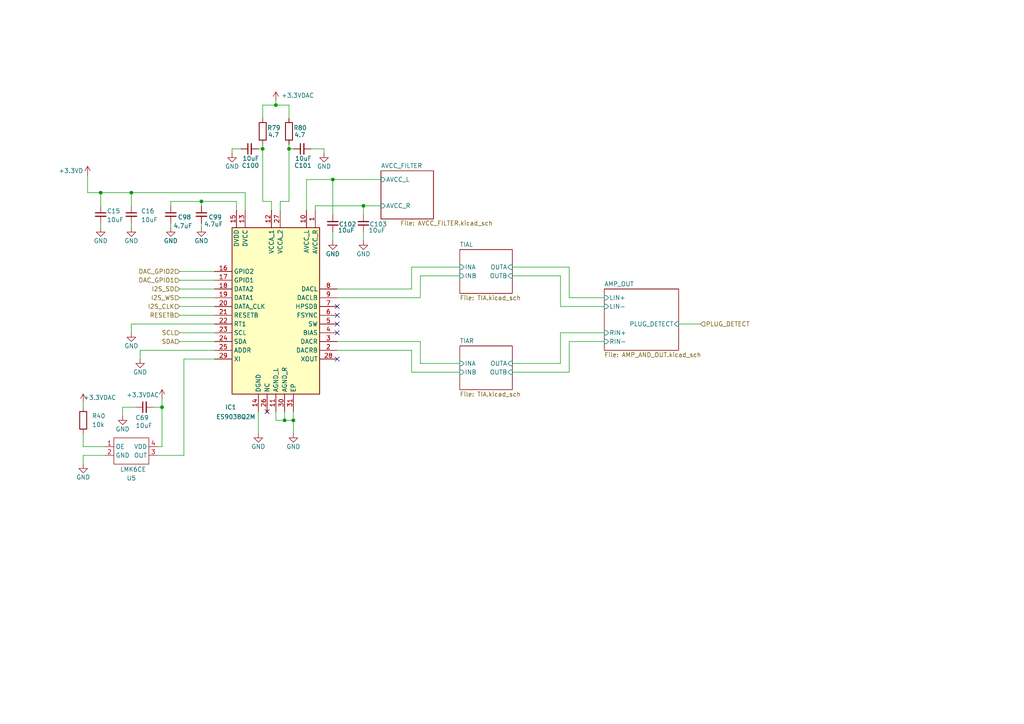
<source format=kicad_sch>
(kicad_sch (version 20250114) (generator "eeschema") (generator_version "9.0")
  (paper "A4")
  (lib_symbols
    (symbol "Device:C_Small" (pin_numbers (hide yes)) (pin_names (offset 0.254) (hide yes))
      (property "Reference" "C" (at 0.254 1.778 0))
      (property "Value" "C_Small" (at 0.254 -2.032 0))
      (symbol "C_Small_0_1"
        (polyline (pts (xy -1.524 0.508) (xy 1.524 0.508)) (stroke (width 0.3048)))
        (polyline (pts (xy -1.524 -0.508) (xy 1.524 -0.508)) (stroke (width 0.3302)))
      )
      (symbol "C_Small_1_1"
        (pin passive line (at 0 2.54 270) (length 2.032) (name "~") (number "1"))
        (pin passive line (at 0 -2.54 90) (length 2.032) (name "~") (number "2"))
      )
    )
    (symbol "Device:R" (pin_numbers (hide yes)) (pin_names (offset 0))
      (property "Reference" "R" (at 2.032 0 90))
      (property "Value" "R" (at 0 0 90))
      (symbol "R_0_1"
        (rectangle (start -1.016 -2.54) (end 1.016 2.54) (stroke (width 0.254)))
      )
      (symbol "R_1_1"
        (pin passive line (at 0 3.81 270) (length 1.27) (name "~") (number "1"))
        (pin passive line (at 0 -3.81 90) (length 1.27) (name "~") (number "2"))
      )
    )
    (symbol "ES9038Q2M:ES9038Q2M"
      (property "Reference" "IC1" (at 32.512 16.51 0))
      (property "Value" "ES9038Q2M" (at 35.1221 19.304 0))
      (symbol "ES9038Q2M_1_1"
        (rectangle (start 5.08 12.7) (end 30.48 -35.56) (stroke (width 0.254)) (fill (type background)))
        (pin passive line (at 0 2.54 0) (length 5.08) (name "XOUT") (number "28"))
        (pin passive line (at 0 0 0) (length 5.08) (name "DACRB") (number "2"))
        (pin passive line (at 0 -2.54 0) (length 5.08) (name "DACR") (number "3"))
        (pin passive line (at 0 -5.08 0) (length 5.08) (name "BIAS") (number "4"))
        (pin passive line (at 0 -7.62 0) (length 5.08) (name "SW") (number "5"))
        (pin passive line (at 0 -10.16 0) (length 5.08) (name "FSYNC") (number "6"))
        (pin passive line (at 0 -12.7 0) (length 5.08) (name "HPSDB") (number "7"))
        (pin passive line (at 0 -15.24 0) (length 5.08) (name "DACLB") (number "9"))
        (pin passive line (at 0 -17.78 0) (length 5.08) (name "DACL") (number "8"))
        (pin passive line (at 6.35 -40.64 90) (length 5.08) (name "AVCC_R") (number "1"))
        (pin passive line (at 8.89 -40.64 90) (length 5.08) (name "AVCC_L") (number "10"))
        (pin passive line (at 12.7 17.78 270) (length 5.08) (name "EP") (number "31"))
        (pin passive line (at 15.24 17.78 270) (length 5.08) (name "AGND_R") (number "30"))
        (pin passive line (at 16.51 -40.64 90) (length 5.08) (name "VCCA_2") (number "27"))
        (pin passive line (at 17.78 17.78 270) (length 5.08) (name "AGND_L") (number "11"))
        (pin passive line (at 19.05 -40.64 90) (length 5.08) (name "VCCA_1") (number "12"))
        (pin no_connect line (at 20.32 17.78 270) (length 5.08) (name "NC") (number "26"))
        (pin passive line (at 22.86 17.78 270) (length 5.08) (name "DGND") (number "14"))
        (pin passive line (at 26.67 -40.64 90) (length 5.08) (name "DVCC") (number "13"))
        (pin passive line (at 29.21 -40.64 90) (length 5.08) (name "DVDD") (number "15"))
        (pin passive line (at 35.56 2.54 180) (length 5.08) (name "XI") (number "29"))
        (pin passive line (at 35.56 0 180) (length 5.08) (name "ADDR") (number "25"))
        (pin passive line (at 35.56 -2.54 180) (length 5.08) (name "SDA") (number "24"))
        (pin passive line (at 35.56 -5.08 180) (length 5.08) (name "SCL") (number "23"))
        (pin passive line (at 35.56 -7.62 180) (length 5.08) (name "RT1") (number "22"))
        (pin passive line (at 35.56 -10.16 180) (length 5.08) (name "RESETB") (number "21"))
        (pin passive line (at 35.56 -12.7 180) (length 5.08) (name "DATA_CLK") (number "20"))
        (pin passive line (at 35.56 -15.24 180) (length 5.08) (name "DATA1") (number "19"))
        (pin passive line (at 35.56 -17.78 180) (length 5.08) (name "DATA2") (number "18"))
        (pin passive line (at 35.56 -20.32 180) (length 5.08) (name "GPIO1") (number "17"))
        (pin passive line (at 35.56 -22.86 180) (length 5.08) (name "GPIO2") (number "16"))
      )
    )
    (symbol "LMK6C_1"
      (property "Reference" "U" (at 7.112 -4.064 0))
      (property "Value" "LMK6CE008000CDLFR" (at 10.922 -6.096 0))
      (symbol "LMK6C_1_0_1"
        (rectangle (start -5.08 3.81) (end 5.08 -3.81))
      )
      (symbol "LMK6C_1_1_1"
        (pin input line (at -7.62 1.27 0) (length 2.54) (name "OE") (number "1"))
        (pin input line (at -7.62 -1.27 0) (length 2.54) (name "GND") (number "2"))
        (pin input line (at 7.62 1.27 180) (length 2.54) (name "VDD") (number "4"))
        (pin input line (at 7.62 -1.27 180) (length 2.54) (name "OUT") (number "3"))
      )
    )
    (symbol "power:+3.3V" (power) (pin_numbers (hide yes)) (pin_names (offset 0) (hide yes))
      (property "Value" "+3.3V" (at 0 3.556 0))
      (symbol "+3.3V_0_1"
        (polyline (pts (xy -0.762 1.27) (xy 0 2.54)))
        (polyline (pts (xy 0 2.54) (xy 0.762 1.27)))
        (polyline (pts (xy 0 0) (xy 0 2.54)))
      )
      (symbol "+3.3V_1_1"
        (pin power_in line (at 0 0 90) (length 0) (name "~") (number "1"))
      )
    )
    (symbol "power:GND" (power) (pin_numbers (hide yes)) (pin_names (offset 0) (hide yes))
      (property "Value" "GND" (at 0 -3.81 0))
      (symbol "GND_0_1"
        (polyline (pts (xy 0 0) (xy 0 -1.27) (xy 1.27 -1.27) (xy 0 -2.54) (xy -1.27 -1.27) (xy 0 -1.27)))
      )
      (symbol "GND_1_1"
        (pin power_in line (at 0 0 270) (length 0) (name "~") (number "1"))
      )
    )
  )
  (junction (at 76.2 43.18))
  (junction (at 83.82 43.18))
  (junction (at 96.52 52.07))
  (junction (at 38.1 55.88))
  (junction (at 105.41 59.69))
  (junction (at 46.99 118.11))
  (junction (at 82.55 121.92))
  (junction (at 80.01 30.48))
  (junction (at 29.21 55.88))
  (junction (at 85.09 121.92))
  (junction (at 58.42 58.42))
  (no_connect (at 97.79 96.52))
  (no_connect (at 97.79 104.14))
  (no_connect (at 77.47 119.38))
  (no_connect (at 97.79 93.98))
  (no_connect (at 97.79 88.9))
  (no_connect (at 97.79 91.44))
  (wire (pts (xy 165.1 99.06) (xy 175.26 99.06)))
  (wire (pts (xy 121.92 99.06) (xy 121.92 105.41)))
  (wire (pts (xy 76.2 30.48) (xy 76.2 34.29)))
  (wire (pts (xy 91.44 59.69) (xy 91.44 60.96)))
  (wire (pts (xy 80.01 29.21) (xy 80.01 30.48)))
  (wire (pts (xy 83.82 43.18) (xy 83.82 58.42)))
  (wire (pts (xy 67.31 43.18) (xy 67.31 44.45)))
  (wire (pts (xy 196.85 93.98) (xy 203.2 93.98)))
  (wire (pts (xy 40.64 101.6) (xy 40.64 104.14)))
  (wire (pts (xy 121.92 86.36) (xy 97.79 86.36)))
  (wire (pts (xy 53.34 132.08) (xy 45.72 132.08)))
  (wire (pts (xy 52.07 96.52) (xy 62.23 96.52)))
  (wire (pts (xy 119.38 77.47) (xy 119.38 83.82)))
  (wire (pts (xy 52.07 99.06) (xy 62.23 99.06)))
  (wire (pts (xy 29.21 55.88) (xy 38.1 55.88)))
  (wire (pts (xy 119.38 83.82) (xy 97.79 83.82)))
  (wire (pts (xy 38.1 55.88) (xy 71.12 55.88)))
  (wire (pts (xy 25.4 50.8) (xy 25.4 55.88)))
  (wire (pts (xy 85.09 121.92) (xy 85.09 125.73)))
  (wire (pts (xy 96.52 67.31) (xy 96.52 69.85)))
  (wire (pts (xy 52.07 86.36) (xy 62.23 86.36)))
  (wire (pts (xy 49.53 58.42) (xy 58.42 58.42)))
  (wire (pts (xy 76.2 43.18) (xy 76.2 41.91)))
  (wire (pts (xy 80.01 121.92) (xy 82.55 121.92)))
  (wire (pts (xy 162.56 88.9) (xy 175.26 88.9)))
  (wire (pts (xy 119.38 107.95) (xy 133.35 107.95)))
  (wire (pts (xy 52.07 83.82) (xy 62.23 83.82)))
  (wire (pts (xy 44.45 118.11) (xy 46.99 118.11)))
  (wire (pts (xy 82.55 121.92) (xy 85.09 121.92)))
  (wire (pts (xy 24.13 129.54) (xy 30.48 129.54)))
  (wire (pts (xy 53.34 104.14) (xy 53.34 132.08)))
  (wire (pts (xy 62.23 93.98) (xy 38.1 93.98)))
  (wire (pts (xy 24.13 132.08) (xy 24.13 134.62)))
  (wire (pts (xy 105.41 59.69) (xy 91.44 59.69)))
  (wire (pts (xy 82.55 119.38) (xy 82.55 121.92)))
  (wire (pts (xy 25.4 55.88) (xy 29.21 55.88)))
  (wire (pts (xy 29.21 64.77) (xy 29.21 66.04)))
  (wire (pts (xy 24.13 116.84) (xy 24.13 118.11)))
  (wire (pts (xy 85.09 119.38) (xy 85.09 121.92)))
  (wire (pts (xy 52.07 78.74) (xy 62.23 78.74)))
  (wire (pts (xy 148.59 105.41) (xy 162.56 105.41)))
  (wire (pts (xy 80.01 119.38) (xy 80.01 121.92)))
  (wire (pts (xy 52.07 88.9) (xy 62.23 88.9)))
  (wire (pts (xy 38.1 55.88) (xy 38.1 59.69)))
  (wire (pts (xy 119.38 101.6) (xy 119.38 107.95)))
  (wire (pts (xy 83.82 43.18) (xy 85.09 43.18)))
  (wire (pts (xy 38.1 93.98) (xy 38.1 96.52)))
  (wire (pts (xy 69.85 43.18) (xy 67.31 43.18)))
  (wire (pts (xy 83.82 41.91) (xy 83.82 43.18)))
  (wire (pts (xy 68.58 58.42) (xy 58.42 58.42)))
  (wire (pts (xy 90.17 43.18) (xy 93.98 43.18)))
  (wire (pts (xy 76.2 43.18) (xy 76.2 58.42)))
  (wire (pts (xy 35.56 118.11) (xy 35.56 120.65)))
  (wire (pts (xy 105.41 59.69) (xy 105.41 62.23)))
  (wire (pts (xy 105.41 67.31) (xy 105.41 69.85)))
  (wire (pts (xy 121.92 105.41) (xy 133.35 105.41)))
  (wire (pts (xy 49.53 64.77) (xy 49.53 66.04)))
  (wire (pts (xy 148.59 77.47) (xy 165.1 77.47)))
  (wire (pts (xy 74.93 119.38) (xy 74.93 125.73)))
  (wire (pts (xy 88.9 52.07) (xy 88.9 60.96)))
  (wire (pts (xy 165.1 86.36) (xy 175.26 86.36)))
  (wire (pts (xy 97.79 99.06) (xy 121.92 99.06)))
  (wire (pts (xy 96.52 52.07) (xy 96.52 62.23)))
  (wire (pts (xy 105.41 59.69) (xy 110.49 59.69)))
  (wire (pts (xy 110.49 52.07) (xy 96.52 52.07)))
  (wire (pts (xy 121.92 80.01) (xy 133.35 80.01)))
  (wire (pts (xy 62.23 101.6) (xy 40.64 101.6)))
  (wire (pts (xy 78.74 58.42) (xy 78.74 60.96)))
  (wire (pts (xy 162.56 105.41) (xy 162.56 96.52)))
  (wire (pts (xy 97.79 101.6) (xy 119.38 101.6)))
  (wire (pts (xy 46.99 129.54) (xy 45.72 129.54)))
  (wire (pts (xy 71.12 55.88) (xy 71.12 60.96)))
  (wire (pts (xy 38.1 64.77) (xy 38.1 66.04)))
  (wire (pts (xy 119.38 77.47) (xy 133.35 77.47)))
  (wire (pts (xy 58.42 59.69) (xy 58.42 58.42)))
  (wire (pts (xy 76.2 58.42) (xy 78.74 58.42)))
  (wire (pts (xy 76.2 30.48) (xy 80.01 30.48)))
  (wire (pts (xy 74.93 43.18) (xy 76.2 43.18)))
  (wire (pts (xy 162.56 80.01) (xy 162.56 88.9)))
  (wire (pts (xy 165.1 77.47) (xy 165.1 86.36)))
  (wire (pts (xy 58.42 64.77) (xy 58.42 66.04)))
  (wire (pts (xy 148.59 107.95) (xy 165.1 107.95)))
  (wire (pts (xy 49.53 59.69) (xy 49.53 58.42)))
  (wire (pts (xy 30.48 132.08) (xy 24.13 132.08)))
  (wire (pts (xy 83.82 30.48) (xy 83.82 34.29)))
  (wire (pts (xy 83.82 58.42) (xy 81.28 58.42)))
  (wire (pts (xy 46.99 118.11) (xy 46.99 129.54)))
  (wire (pts (xy 52.07 81.28) (xy 62.23 81.28)))
  (wire (pts (xy 162.56 96.52) (xy 175.26 96.52)))
  (wire (pts (xy 46.99 115.57) (xy 46.99 118.11)))
  (wire (pts (xy 81.28 58.42) (xy 81.28 60.96)))
  (wire (pts (xy 93.98 43.18) (xy 93.98 44.45)))
  (wire (pts (xy 165.1 107.95) (xy 165.1 99.06)))
  (wire (pts (xy 121.92 80.01) (xy 121.92 86.36)))
  (wire (pts (xy 39.37 118.11) (xy 35.56 118.11)))
  (wire (pts (xy 52.07 91.44) (xy 62.23 91.44)))
  (wire (pts (xy 29.21 55.88) (xy 29.21 59.69)))
  (wire (pts (xy 24.13 125.73) (xy 24.13 129.54)))
  (wire (pts (xy 80.01 30.48) (xy 83.82 30.48)))
  (wire (pts (xy 62.23 104.14) (xy 53.34 104.14)))
  (wire (pts (xy 68.58 60.96) (xy 68.58 58.42)))
  (wire (pts (xy 96.52 52.07) (xy 88.9 52.07)))
  (wire (pts (xy 148.59 80.01) (xy 162.56 80.01)))
  (hierarchical_label "RESETB" (shape input) (at 52.07 91.44 180))
  (hierarchical_label "I2S_WS" (shape input) (at 52.07 86.36 180))
  (hierarchical_label "DAC_GPIO1" (shape input) (at 52.07 81.28 180))
  (hierarchical_label "SCL" (shape input) (at 52.07 96.52 180))
  (hierarchical_label "DAC_GPIO2" (shape input) (at 52.07 78.74 180))
  (hierarchical_label "PLUG_DETECT" (shape input) (at 203.2 93.98 0))
  (hierarchical_label "SDA" (shape input) (at 52.07 99.06 180))
  (hierarchical_label "I2S_SD" (shape input) (at 52.07 83.82 180))
  (hierarchical_label "I2S_CLK" (shape input) (at 52.07 88.9 180))
  (symbol (lib_id "power:GND") (at 49.53 66.04 0) (unit 1)
    (property "Reference" "#PWR0156" (effects (hide yes)))
    (property "Value" "GND" (at 49.53 69.85 0))
    (property "Description" "Power symbol creates a global label with name \"GND\" , ground" (effects (hide yes)))
  )
  (symbol (lib_id "power:GND") (at 40.64 104.14 0) (unit 1)
    (property "Reference" "#PWR0126" (effects (hide yes)))
    (property "Value" "GND" (at 40.64 107.95 0))
    (property "Description" "Power symbol creates a global label with name \"GND\" , ground" (effects (hide yes)))
  )
  (symbol (lib_id "Device:C_Small") (at 96.52 64.77 180) (unit 1)
    (property "Reference" "C102" (at 103.378 65.024 0) (effects (justify left)))
    (property "Value" "10uF" (at 102.87 66.802 0) (effects (justify left)))
    (property "Description" "Unpolarized capacitor, small symbol" (effects (hide yes)))
  )
  (symbol (lib_id "Device:C_Small") (at 58.42 62.23 0) (unit 1)
    (property "Reference" "C99" (at 60.452 62.992 0) (effects (justify left)))
    (property "Value" "4.7uF" (at 59.182 65.024 0) (effects (justify left)))
    (property "Description" "Unpolarized capacitor, small symbol" (effects (hide yes)))
  )
  (symbol (lib_id "power:GND") (at 38.1 96.52 0) (unit 1)
    (property "Reference" "#PWR0128" (effects (hide yes)))
    (property "Value" "GND" (at 38.1 100.33 0))
    (property "Description" "Power symbol creates a global label with name \"GND\" , ground" (effects (hide yes)))
  )
  (symbol (lib_id "power:GND") (at 58.42 66.04 0) (unit 1)
    (property "Reference" "#PWR0157" (effects (hide yes)))
    (property "Value" "GND" (at 58.42 69.85 0))
    (property "Description" "Power symbol creates a global label with name \"GND\" , ground" (effects (hide yes)))
  )
  (symbol (lib_id "power:GND") (at 74.93 125.73 0) (unit 1)
    (property "Reference" "#PWR0117" (effects (hide yes)))
    (property "Value" "GND" (at 74.93 129.54 0))
    (property "Description" "Power symbol creates a global label with name \"GND\" , ground" (effects (hide yes)))
  )
  (symbol (lib_name "LMK6C_1") (lib_id "LMK6C:LMK6C") (at 38.1 130.81 0) (unit 1)
    (property "Reference" "U5" (at 38.1 138.684 0))
    (property "Value" "LMK6CE" (at 38.608 136.144 0))
    (property "Datasheet" "https://www.ti.com/lit/ds/symlink/lmk6c.pdf?ts=1759419129089&ref_url=https%253A%252F%252Fwww.ti.com%252Fproduct%252FLMK6C" (effects (hide yes)))
  )
  (symbol (lib_id "Device:R") (at 83.82 38.1 0) (unit 1)
    (property "Reference" "R80" (at 85.09 37.084 0) (effects (justify left)))
    (property "Value" "4.7" (at 85.344 39.116 0) (effects (justify left)))
    (property "Description" "Resistor" (effects (hide yes)))
  )
  (symbol (lib_id "power:GND") (at 35.56 120.65 0) (unit 1)
    (property "Reference" "#PWR0118" (effects (hide yes)))
    (property "Value" "GND" (at 35.56 124.46 0))
    (property "Description" "Power symbol creates a global label with name \"GND\" , ground" (effects (hide yes)))
  )
  (symbol (lib_id "power:GND") (at 24.13 134.62 0) (unit 1)
    (property "Reference" "#PWR0119" (effects (hide yes)))
    (property "Value" "GND" (at 24.13 138.43 0))
    (property "Description" "Power symbol creates a global label with name \"GND\" , ground" (effects (hide yes)))
  )
  (symbol (lib_id "power:GND") (at 105.41 69.85 0) (unit 1)
    (property "Reference" "#PWR0161" (effects (hide yes)))
    (property "Value" "GND" (at 105.41 73.66 0))
    (property "Description" "Power symbol creates a global label with name \"GND\" , ground" (effects (hide yes)))
  )
  (symbol (lib_id "Device:C_Small") (at 87.63 43.18 90) (unit 1)
    (property "Reference" "C101" (at 90.424 48.006 90) (effects (justify left)))
    (property "Value" "10uF" (at 90.424 45.974 90) (effects (justify left)))
    (property "Description" "Unpolarized capacitor, small symbol" (effects (hide yes)))
  )
  (symbol (lib_id "power:GND") (at 93.98 44.45 0) (unit 1)
    (property "Reference" "#PWR0159" (effects (hide yes)))
    (property "Value" "GND" (at 93.98 48.26 0))
    (property "Description" "Power symbol creates a global label with name \"GND\" , ground" (effects (hide yes)))
  )
  (symbol (lib_id "power:+3.3V") (at 24.13 116.84 0) (unit 1)
    (property "Reference" "#PWR012" (effects (hide yes)))
    (property "Value" "+3.3VDAC" (at 28.956 115.316 0))
    (property "Description" "Power symbol creates a global label with name \"+3.3V\"" (effects (hide yes)))
  )
  (symbol (lib_id "power:+3.3V") (at 80.01 29.21 0) (unit 1)
    (property "Reference" "#PWR024" (effects (hide yes)))
    (property "Value" "+3.3VDAC" (at 86.36 27.686 0))
    (property "Description" "Power symbol creates a global label with name \"+3.3V\"" (effects (hide yes)))
  )
  (symbol (lib_id "Device:C_Small") (at 38.1 62.23 0) (unit 1)
    (property "Reference" "C16" (at 40.894 61.214 0) (effects (justify left)))
    (property "Value" "10uF" (at 40.894 63.754 0) (effects (justify left)))
    (property "Description" "Unpolarized capacitor, small symbol" (effects (hide yes)))
  )
  (symbol (lib_id "Device:R") (at 24.13 121.92 0) (unit 1)
    (property "Reference" "R40" (at 26.67 120.6499 0) (effects (justify left)))
    (property "Value" "10k" (at 26.67 123.1899 0) (effects (justify left)))
    (property "Description" "Resistor" (effects (hide yes)))
  )
  (symbol (lib_id "power:GND") (at 67.31 44.45 0) (unit 1)
    (property "Reference" "#PWR0158" (effects (hide yes)))
    (property "Value" "GND" (at 67.31 48.26 0))
    (property "Description" "Power symbol creates a global label with name \"GND\" , ground" (effects (hide yes)))
  )
  (symbol (lib_id "Device:C_Small") (at 105.41 64.77 180) (unit 1)
    (property "Reference" "C103" (at 112.268 65.024 0) (effects (justify left)))
    (property "Value" "10uF" (at 111.76 66.802 0) (effects (justify left)))
    (property "Description" "Unpolarized capacitor, small symbol" (effects (hide yes)))
  )
  (symbol (lib_id "power:GND") (at 96.52 69.85 0) (unit 1)
    (property "Reference" "#PWR0160" (effects (hide yes)))
    (property "Value" "GND" (at 96.52 73.66 0))
    (property "Description" "Power symbol creates a global label with name \"GND\" , ground" (effects (hide yes)))
  )
  (symbol (lib_id "power:GND") (at 38.1 66.04 0) (unit 1)
    (property "Reference" "#PWR0124" (effects (hide yes)))
    (property "Value" "GND" (at 38.1 69.85 0))
    (property "Description" "Power symbol creates a global label with name \"GND\" , ground" (effects (hide yes)))
  )
  (symbol (lib_id "power:GND") (at 85.09 125.73 0) (unit 1)
    (property "Reference" "#PWR0116" (effects (hide yes)))
    (property "Value" "GND" (at 85.09 129.54 0))
    (property "Description" "Power symbol creates a global label with name \"GND\" , ground" (effects (hide yes)))
  )
  (symbol (lib_id "ES9038Q2M:ES9038Q2M") (at 97.79 101.6 180) (unit 1)
    (property "Reference" "IC1" (at 65.278 118.11 0) (effects (justify right)))
    (property "Value" "ES9038Q2M" (at 62.6679 120.904 0) (effects (justify right)))
    (property "Footprint" "QFN40P300X500X80-31N-D" (effects (hide yes)))
    (property "Description" "Digital to Analog Converters - DAC Sabre 32 Reference Stereo low power audiophile DAC w/DOP" (effects (hide yes)))
    (property "Height" "0.8" (effects (hide yes)))
    (property "Mouser Part Number" "460-ES9038Q2M" (effects (hide yes)))
    (property "Mouser Price/Stock" "https://www.mouser.co.uk/ProductDetail/ESS-Technology/ES9038Q2M?qs=sPbYRqrBIVmdeUedURuuOw%3D%3D" (effects (hide yes)))
    (property "Manufacturer_Name" "ESS Technology" (effects (hide yes)))
    (property "Manufacturer_Part_Number" "ES9038Q2M" (effects (hide yes)))
  )
  (symbol (lib_id "Device:C_Small") (at 41.91 118.11 90) (unit 1)
    (property "Reference" "C69" (at 43.18 121.158 90) (effects (justify left)))
    (property "Value" "10uF" (at 44.196 123.444 90) (effects (justify left)))
    (property "Description" "Unpolarized capacitor, small symbol" (effects (hide yes)))
  )
  (symbol (lib_id "power:GND") (at 29.21 66.04 0) (unit 1)
    (property "Reference" "#PWR0121" (effects (hide yes)))
    (property "Value" "GND" (at 29.21 69.85 0))
    (property "Description" "Power symbol creates a global label with name \"GND\" , ground" (effects (hide yes)))
  )
  (symbol (lib_id "Device:R") (at 76.2 38.1 0) (unit 1)
    (property "Reference" "R79" (at 77.47 37.084 0) (effects (justify left)))
    (property "Value" "4.7" (at 77.724 39.116 0) (effects (justify left)))
    (property "Description" "Resistor" (effects (hide yes)))
  )
  (symbol (lib_id "power:+3.3V") (at 46.99 115.57 0) (unit 1)
    (property "Reference" "#PWR019" (effects (hide yes)))
    (property "Value" "+3.3VDAC" (at 41.402 114.554 0))
    (property "Description" "Power symbol creates a global label with name \"+3.3V\"" (effects (hide yes)))
  )
  (symbol (lib_id "Device:C_Small") (at 49.53 62.23 0) (unit 1)
    (property "Reference" "C98" (at 51.562 62.992 0) (effects (justify left)))
    (property "Value" "4.7uF" (at 50.292 65.532 0) (effects (justify left)))
    (property "Description" "Unpolarized capacitor, small symbol" (effects (hide yes)))
  )
  (symbol (lib_id "Device:C_Small") (at 72.39 43.18 90) (unit 1)
    (property "Reference" "C100" (at 75.184 48.006 90) (effects (justify left)))
    (property "Value" "10uF" (at 75.184 45.974 90) (effects (justify left)))
    (property "Description" "Unpolarized capacitor, small symbol" (effects (hide yes)))
  )
  (symbol (lib_id "power:+3.3V") (at 25.4 50.8 0) (unit 1)
    (property "Reference" "#PWR?" (effects (hide yes)))
    (property "Value" "+3.3VD" (at 20.574 49.53 0))
    (property "Description" "Power symbol creates a global label with name \"+3.3V\"" (effects (hide yes)))
  )
  (symbol (lib_id "Device:C_Small") (at 29.21 62.23 0) (unit 1)
    (property "Reference" "C15" (at 30.988 61.214 0) (effects (justify left)))
    (property "Value" "10uF" (at 30.988 63.754 0) (effects (justify left)))
    (property "Description" "Unpolarized capacitor, small symbol" (effects (hide yes)))
  )
  (sheet (at 133.35 100.33) (size 15.24 12.7) (stroke (width 0.1524))
    (property "Sheetname" "TIAR" (at 133.35 99.6184 0) (effects (justify left bottom)))
    (property "Sheetfile" "TIA.kicad_sch" (at 133.35 113.6146 0) (effects (justify left top)))
    (pin "INA" input (at 133.35 105.41 180))
    (pin "INB" input (at 133.35 107.95 180))
    (pin "OUTA" input (at 148.59 105.41 0))
    (pin "OUTB" input (at 148.59 107.95 0))
  )
  (sheet (at 133.35 72.39) (size 15.24 12.7) (stroke (width 0.1524))
    (property "Sheetname" "TIAL" (at 133.35 71.6784 0) (effects (justify left bottom)))
    (property "Sheetfile" "TIA.kicad_sch" (at 133.35 85.6746 0) (effects (justify left top)))
    (pin "INA" input (at 133.35 77.47 180))
    (pin "INB" input (at 133.35 80.01 180))
    (pin "OUTA" input (at 148.59 77.47 0))
    (pin "OUTB" input (at 148.59 80.01 0))
  )
  (sheet (at 110.49 49.53) (size 15.24 13.97) (stroke (width 0.1524))
    (property "Sheetname" "AVCC_FILTER" (at 110.49 48.8184 0) (effects (justify left bottom)))
    (property "Sheetfile" "AVCC_FILTER.kicad_sch" (at 116.078 64.008 0) (effects (justify left top)))
    (pin "AVCC_L" input (at 110.49 52.07 180))
    (pin "AVCC_R" input (at 110.49 59.69 180))
  )
  (sheet (at 175.26 83.82) (size 21.59 17.78) (stroke (width 0.1524))
    (property "Sheetname" "AMP_OUT" (at 175.26 83.1084 0) (effects (justify left bottom)))
    (property "Sheetfile" "AMP_AND_OUT.kicad_sch" (at 175.26 102.1846 0) (effects (justify left top)))
    (pin "LIN+" input (at 175.26 86.36 180))
    (pin "LIN-" input (at 175.26 88.9 180))
    (pin "PLUG_DETECT" input (at 196.85 93.98 0))
    (pin "RIN+" input (at 175.26 96.52 180))
    (pin "RIN-" input (at 175.26 99.06 180))
  )
)
</source>
